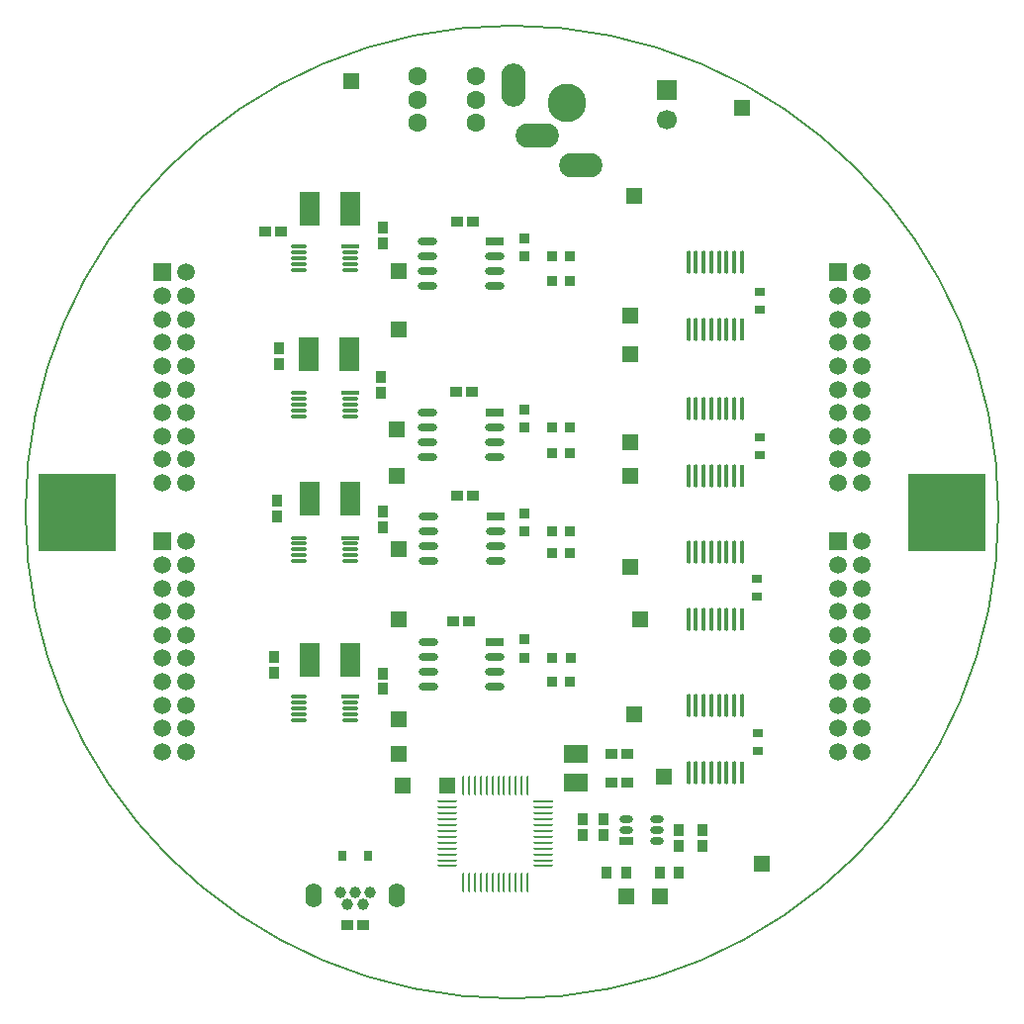
<source format=gbs>
G04*
G04 #@! TF.GenerationSoftware,Altium Limited,Altium Designer,23.3.1 (30)*
G04*
G04 Layer_Color=16711935*
%FSLAX25Y25*%
%MOIN*%
G70*
G04*
G04 #@! TF.SameCoordinates,7FDB2B4D-D7D5-4B3D-9FC9-9F88D19D1CF5*
G04*
G04*
G04 #@! TF.FilePolarity,Negative*
G04*
G01*
G75*
%ADD13C,0.00787*%
%ADD20R,0.03381X0.03591*%
%ADD31R,0.03543X0.03150*%
%ADD32R,0.07087X0.11811*%
%ADD34R,0.03591X0.04166*%
%ADD36R,0.04166X0.03591*%
%ADD37R,0.01657X0.07699*%
G04:AMPARAMS|DCode=38|XSize=76.99mil|YSize=16.57mil|CornerRadius=8.28mil|HoleSize=0mil|Usage=FLASHONLY|Rotation=90.000|XOffset=0mil|YOffset=0mil|HoleType=Round|Shape=RoundedRectangle|*
%AMROUNDEDRECTD38*
21,1,0.07699,0.00000,0,0,90.0*
21,1,0.06042,0.01657,0,0,90.0*
1,1,0.01657,0.00000,0.03021*
1,1,0.01657,0.00000,-0.03021*
1,1,0.01657,0.00000,-0.03021*
1,1,0.01657,0.00000,0.03021*
%
%ADD38ROUNDEDRECTD38*%
%ADD41R,0.03591X0.03381*%
%ADD46R,0.05906X0.01378*%
%ADD47O,0.05906X0.01378*%
%ADD50R,0.04528X0.02756*%
%ADD51O,0.04528X0.02756*%
%ADD52O,0.06496X0.02756*%
%ADD53R,0.06496X0.02756*%
%ADD54C,0.03937*%
%ADD55O,0.05512X0.08268*%
%ADD56C,0.06299*%
%ADD57R,0.05512X0.05512*%
%ADD58R,0.06693X0.06693*%
%ADD59C,0.06693*%
%ADD60R,0.25984X0.25984*%
%ADD61C,0.05906*%
%ADD62R,0.05906X0.05906*%
%ADD63C,0.12992*%
%ADD64O,0.14567X0.08268*%
%ADD65O,0.08268X0.14567*%
%ADD66R,0.05512X0.05512*%
%ADD81R,0.03378X0.03900*%
G04:AMPARAMS|DCode=82|XSize=9.94mil|YSize=65.17mil|CornerRadius=4.97mil|HoleSize=0mil|Usage=FLASHONLY|Rotation=180.000|XOffset=0mil|YOffset=0mil|HoleType=Round|Shape=RoundedRectangle|*
%AMROUNDEDRECTD82*
21,1,0.00994,0.05523,0,0,180.0*
21,1,0.00000,0.06517,0,0,180.0*
1,1,0.00994,0.00000,0.02761*
1,1,0.00994,0.00000,0.02761*
1,1,0.00994,0.00000,-0.02761*
1,1,0.00994,0.00000,-0.02761*
%
%ADD82ROUNDEDRECTD82*%
G04:AMPARAMS|DCode=83|XSize=65.17mil|YSize=9.94mil|CornerRadius=4.97mil|HoleSize=0mil|Usage=FLASHONLY|Rotation=180.000|XOffset=0mil|YOffset=0mil|HoleType=Round|Shape=RoundedRectangle|*
%AMROUNDEDRECTD83*
21,1,0.06517,0.00000,0,0,180.0*
21,1,0.05523,0.00994,0,0,180.0*
1,1,0.00994,-0.02761,0.00000*
1,1,0.00994,0.02761,0.00000*
1,1,0.00994,0.02761,0.00000*
1,1,0.00994,-0.02761,0.00000*
%
%ADD83ROUNDEDRECTD83*%
%ADD84R,0.06517X0.00994*%
%ADD86R,0.02854X0.03661*%
%ADD87R,0.07874X0.05906*%
D13*
X163878Y0D02*
G03*
X163878Y0I-163878J0D01*
G01*
D20*
X13477Y-56988D02*
D03*
X19593D02*
D03*
X19495Y86024D02*
D03*
X13379D02*
D03*
X13379Y77854D02*
D03*
X19495D02*
D03*
X13477Y28424D02*
D03*
X19593D02*
D03*
Y19882D02*
D03*
X13477D02*
D03*
X13379Y-6496D02*
D03*
X19495D02*
D03*
X13379Y-13976D02*
D03*
X19495D02*
D03*
X13576Y-49016D02*
D03*
X19692D02*
D03*
D31*
X83465Y68307D02*
D03*
Y74213D02*
D03*
Y19291D02*
D03*
Y25197D02*
D03*
X82579Y-28543D02*
D03*
Y-22638D02*
D03*
X82776Y-74606D02*
D03*
Y-80512D02*
D03*
D32*
X-68012Y102264D02*
D03*
X-54429D02*
D03*
X-54823Y53150D02*
D03*
X-68405D02*
D03*
X-54626Y4626D02*
D03*
X-68209D02*
D03*
X-54626Y-49803D02*
D03*
X-68209D02*
D03*
D34*
X64075Y-112508D02*
D03*
Y-107177D02*
D03*
X-43406Y90543D02*
D03*
Y95874D02*
D03*
X-78642Y49795D02*
D03*
Y55126D02*
D03*
X-43996Y45382D02*
D03*
Y40051D02*
D03*
X-79134Y3937D02*
D03*
Y-1394D02*
D03*
X-43406Y205D02*
D03*
Y-5126D02*
D03*
X-80118Y-54240D02*
D03*
Y-48910D02*
D03*
X-43406Y-59654D02*
D03*
Y-54323D02*
D03*
X31004Y-103437D02*
D03*
Y-108768D02*
D03*
X23917Y-103437D02*
D03*
Y-108768D02*
D03*
X56201Y-107177D02*
D03*
Y-112508D02*
D03*
D36*
X33358Y-91043D02*
D03*
X38689D02*
D03*
X-50189Y-139173D02*
D03*
X-55520D02*
D03*
X-83030Y94488D02*
D03*
X-77699D02*
D03*
X-18610Y97933D02*
D03*
X-13280D02*
D03*
X-18709Y40650D02*
D03*
X-13378D02*
D03*
X-13083Y5413D02*
D03*
X-18413D02*
D03*
X-19791Y-36713D02*
D03*
X-14461D02*
D03*
X38689Y-81595D02*
D03*
X33358D02*
D03*
D37*
X77362Y-36124D02*
D03*
Y61510D02*
D03*
Y12302D02*
D03*
Y-87697D02*
D03*
D38*
X74803Y-36124D02*
D03*
X72244D02*
D03*
X69685D02*
D03*
X67126D02*
D03*
X64567D02*
D03*
X62008D02*
D03*
X59449D02*
D03*
Y-13483D02*
D03*
X62008D02*
D03*
X64567D02*
D03*
X67126D02*
D03*
X69685D02*
D03*
X72244D02*
D03*
X74803D02*
D03*
X77362D02*
D03*
X74803Y61510D02*
D03*
X72244D02*
D03*
X69685D02*
D03*
X67126D02*
D03*
X64567D02*
D03*
X62008D02*
D03*
X59449D02*
D03*
Y84151D02*
D03*
X62008D02*
D03*
X64567D02*
D03*
X67126D02*
D03*
X69685D02*
D03*
X72244D02*
D03*
X74803D02*
D03*
X77362D02*
D03*
Y34942D02*
D03*
X74803D02*
D03*
X72244D02*
D03*
X69685D02*
D03*
X67126D02*
D03*
X64567D02*
D03*
X62008D02*
D03*
X59449D02*
D03*
Y12302D02*
D03*
X62008D02*
D03*
X64567D02*
D03*
X67126D02*
D03*
X69685D02*
D03*
X72244D02*
D03*
X74803D02*
D03*
X77362Y-65056D02*
D03*
X74803D02*
D03*
X72244D02*
D03*
X69685D02*
D03*
X67126D02*
D03*
X64567D02*
D03*
X62008D02*
D03*
X59449D02*
D03*
Y-87697D02*
D03*
X62008D02*
D03*
X64567D02*
D03*
X67126D02*
D03*
X69685D02*
D03*
X72244D02*
D03*
X74803D02*
D03*
D41*
X4035Y92218D02*
D03*
Y86102D02*
D03*
Y28386D02*
D03*
Y34502D02*
D03*
Y-6496D02*
D03*
Y-380D02*
D03*
X4036Y-49016D02*
D03*
Y-42900D02*
D03*
D46*
X-54626Y89434D02*
D03*
Y40200D02*
D03*
Y-8686D02*
D03*
Y-62115D02*
D03*
D47*
Y87465D02*
D03*
X-71949Y89434D02*
D03*
Y87465D02*
D03*
Y81560D02*
D03*
X-54626Y83528D02*
D03*
Y81560D02*
D03*
X-71949Y83528D02*
D03*
X-54626Y85497D02*
D03*
X-71949D02*
D03*
X-54626Y38232D02*
D03*
X-71949Y40200D02*
D03*
Y38232D02*
D03*
Y32326D02*
D03*
X-54626Y34295D02*
D03*
Y32326D02*
D03*
X-71949Y34295D02*
D03*
X-54626Y36263D02*
D03*
X-71949D02*
D03*
Y-12623D02*
D03*
X-54626D02*
D03*
X-71949Y-14591D02*
D03*
X-54626Y-16560D02*
D03*
Y-14591D02*
D03*
X-71949Y-16560D02*
D03*
Y-10654D02*
D03*
Y-8686D02*
D03*
X-54626Y-10654D02*
D03*
Y-64083D02*
D03*
X-71949Y-62115D02*
D03*
Y-64083D02*
D03*
Y-69989D02*
D03*
X-54626Y-68020D02*
D03*
Y-69989D02*
D03*
X-71949Y-68020D02*
D03*
X-54626Y-66052D02*
D03*
X-71949D02*
D03*
D50*
X38386Y-110917D02*
D03*
D51*
X48819Y-103437D02*
D03*
Y-110917D02*
D03*
Y-107177D02*
D03*
X38386Y-103437D02*
D03*
Y-107177D02*
D03*
D52*
X-5610Y-6358D02*
D03*
Y-11358D02*
D03*
X-28051D02*
D03*
X-5610Y-16358D02*
D03*
X-28051D02*
D03*
Y-1358D02*
D03*
Y-6358D02*
D03*
X-5906Y86102D02*
D03*
Y81102D02*
D03*
X-28346D02*
D03*
X-5906Y76102D02*
D03*
X-28346D02*
D03*
Y91102D02*
D03*
Y86102D02*
D03*
X-28346Y28386D02*
D03*
Y33386D02*
D03*
Y18386D02*
D03*
X-5906D02*
D03*
X-28346Y23386D02*
D03*
X-5906D02*
D03*
Y28386D02*
D03*
X-5709Y-48976D02*
D03*
Y-53976D02*
D03*
X-28150D02*
D03*
X-5709Y-58976D02*
D03*
X-28150D02*
D03*
Y-43976D02*
D03*
Y-48976D02*
D03*
D53*
X-5610Y-1358D02*
D03*
X-5906Y91102D02*
D03*
X-5906Y33386D02*
D03*
X-5709Y-43976D02*
D03*
D54*
X-50295Y-132087D02*
D03*
X-55413D02*
D03*
X-57972Y-128150D02*
D03*
X-52854D02*
D03*
X-47736D02*
D03*
D55*
X-66929Y-129016D02*
D03*
X-38780D02*
D03*
D56*
X-12205Y146850D02*
D03*
Y138976D02*
D03*
Y131102D02*
D03*
X-31890Y146850D02*
D03*
Y138976D02*
D03*
Y131102D02*
D03*
D57*
X-38780Y27854D02*
D03*
X41339Y106398D02*
D03*
X-54035Y145177D02*
D03*
X39764Y66339D02*
D03*
X-38091Y81102D02*
D03*
X39764Y12302D02*
D03*
X51181Y-89075D02*
D03*
X-38287Y-69980D02*
D03*
X-38091Y61509D02*
D03*
X84153Y-118602D02*
D03*
X39764Y53228D02*
D03*
X39764Y23424D02*
D03*
Y-18602D02*
D03*
X41043Y-68012D02*
D03*
X-38287Y-81595D02*
D03*
X38386Y-129331D02*
D03*
X77428Y136024D02*
D03*
X-38287Y-12622D02*
D03*
X49723Y-129331D02*
D03*
X-36811Y-92222D02*
D03*
X-21852D02*
D03*
D58*
X52074Y142087D02*
D03*
D59*
Y132087D02*
D03*
D60*
X-146457Y0D02*
D03*
X146457D02*
D03*
D61*
X-117717Y-25688D02*
D03*
X-109843D02*
D03*
X-117717Y-17813D02*
D03*
X-109843D02*
D03*
Y-9939D02*
D03*
X-117717Y-80806D02*
D03*
X-109843D02*
D03*
X-117717Y-72932D02*
D03*
X-109843D02*
D03*
X-117717Y-65057D02*
D03*
X-109843D02*
D03*
Y-57183D02*
D03*
X-117717Y-49310D02*
D03*
X-109843D02*
D03*
X-117717Y-41436D02*
D03*
X-109843D02*
D03*
X-117717Y-33562D02*
D03*
X-109843D02*
D03*
X-117717Y-57183D02*
D03*
X109843Y64953D02*
D03*
X117717D02*
D03*
X109843Y72827D02*
D03*
X117717D02*
D03*
Y80701D02*
D03*
X109843Y9835D02*
D03*
X117717D02*
D03*
X109843Y17709D02*
D03*
X117717D02*
D03*
X109843Y25583D02*
D03*
X117717D02*
D03*
Y33457D02*
D03*
X109843Y41331D02*
D03*
X117717D02*
D03*
X109843Y49205D02*
D03*
X117717D02*
D03*
X109843Y57079D02*
D03*
X117717D02*
D03*
X109843Y33457D02*
D03*
Y-25688D02*
D03*
X117717D02*
D03*
X109843Y-17813D02*
D03*
X117717D02*
D03*
Y-9939D02*
D03*
X109843Y-80806D02*
D03*
X117717D02*
D03*
X109843Y-72932D02*
D03*
X117717D02*
D03*
X109843Y-65057D02*
D03*
X117717D02*
D03*
Y-57183D02*
D03*
X109843Y-49310D02*
D03*
X117717D02*
D03*
X109843Y-41436D02*
D03*
X117717D02*
D03*
X109843Y-33562D02*
D03*
X117717D02*
D03*
X109843Y-57183D02*
D03*
X-117717Y64967D02*
D03*
X-109843D02*
D03*
X-117717Y72841D02*
D03*
X-109843D02*
D03*
Y80715D02*
D03*
X-117717Y9849D02*
D03*
X-109843D02*
D03*
X-117717Y17722D02*
D03*
X-109843D02*
D03*
X-117717Y25596D02*
D03*
X-109843D02*
D03*
Y33470D02*
D03*
X-117717Y41345D02*
D03*
X-109843D02*
D03*
X-117717Y49219D02*
D03*
X-109843D02*
D03*
X-117717Y57093D02*
D03*
X-109843D02*
D03*
X-117717Y33470D02*
D03*
D62*
Y-9939D02*
D03*
X109843Y80701D02*
D03*
Y-9939D02*
D03*
X-117717Y80715D02*
D03*
D63*
X18504Y137795D02*
D03*
D64*
X8661Y126772D02*
D03*
X23228Y116929D02*
D03*
D65*
X394Y143701D02*
D03*
D66*
X43257Y-36124D02*
D03*
X-38091D02*
D03*
X-38780Y12302D02*
D03*
D81*
X38386Y-121457D02*
D03*
X31908D02*
D03*
X56201Y-121457D02*
D03*
X49723D02*
D03*
D82*
X5217Y-92222D02*
D03*
X3248D02*
D03*
X1280D02*
D03*
X-689D02*
D03*
X-2657D02*
D03*
X-4626D02*
D03*
X-6594D02*
D03*
X-8563D02*
D03*
X-10531D02*
D03*
X-12500D02*
D03*
X-14469D02*
D03*
X-16437D02*
D03*
Y-124707D02*
D03*
X-14469D02*
D03*
X-12500D02*
D03*
X-10531D02*
D03*
X-8563D02*
D03*
X-6594D02*
D03*
X-4626D02*
D03*
X-2657D02*
D03*
X-689D02*
D03*
X1280D02*
D03*
X3248D02*
D03*
X5217D02*
D03*
D83*
X-21852Y-97638D02*
D03*
Y-99606D02*
D03*
Y-101575D02*
D03*
Y-103543D02*
D03*
Y-105512D02*
D03*
Y-107480D02*
D03*
Y-109449D02*
D03*
Y-111417D02*
D03*
Y-113386D02*
D03*
Y-115354D02*
D03*
Y-117323D02*
D03*
Y-119291D02*
D03*
X10632D02*
D03*
Y-117323D02*
D03*
Y-115354D02*
D03*
Y-113386D02*
D03*
Y-111417D02*
D03*
Y-109449D02*
D03*
Y-107480D02*
D03*
Y-105512D02*
D03*
Y-103543D02*
D03*
Y-101575D02*
D03*
Y-99606D02*
D03*
D84*
Y-97638D02*
D03*
D86*
X-48474Y-115945D02*
D03*
X-57234D02*
D03*
D87*
X21457Y-91043D02*
D03*
Y-81595D02*
D03*
M02*

</source>
